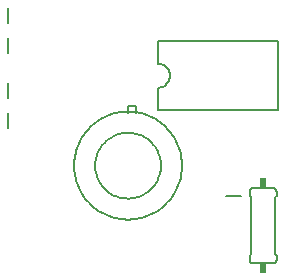
<source format=gto>
G75*
%MOIN*%
%OFA0B0*%
%FSLAX24Y24*%
%IPPOS*%
%LPD*%
%AMOC8*
5,1,8,0,0,1.08239X$1,22.5*
%
%ADD10C,0.0060*%
%ADD11R,0.0240X0.0340*%
%ADD12C,0.0080*%
%ADD13C,0.0050*%
D10*
X007350Y008200D02*
X007350Y008950D01*
X007389Y008952D01*
X007428Y008958D01*
X007466Y008967D01*
X007503Y008980D01*
X007539Y008997D01*
X007572Y009017D01*
X007604Y009041D01*
X007633Y009067D01*
X007659Y009096D01*
X007683Y009128D01*
X007703Y009161D01*
X007720Y009197D01*
X007733Y009234D01*
X007742Y009272D01*
X007748Y009311D01*
X007750Y009350D01*
X007748Y009389D01*
X007742Y009428D01*
X007733Y009466D01*
X007720Y009503D01*
X007703Y009539D01*
X007683Y009572D01*
X007659Y009604D01*
X007633Y009633D01*
X007604Y009659D01*
X007572Y009683D01*
X007539Y009703D01*
X007503Y009720D01*
X007466Y009733D01*
X007428Y009742D01*
X007389Y009748D01*
X007350Y009750D01*
X007350Y010500D01*
X011350Y010500D01*
X011350Y008200D01*
X007350Y008200D01*
X010400Y005500D02*
X010400Y005350D01*
X010450Y005300D01*
X010450Y003400D01*
X010400Y003350D01*
X010400Y003200D01*
X010402Y003183D01*
X010406Y003166D01*
X010413Y003150D01*
X010423Y003136D01*
X010436Y003123D01*
X010450Y003113D01*
X010466Y003106D01*
X010483Y003102D01*
X010500Y003100D01*
X011200Y003100D01*
X011217Y003102D01*
X011234Y003106D01*
X011250Y003113D01*
X011264Y003123D01*
X011277Y003136D01*
X011287Y003150D01*
X011294Y003166D01*
X011298Y003183D01*
X011300Y003200D01*
X011300Y003350D01*
X011250Y003400D01*
X011250Y005300D01*
X011300Y005350D01*
X011300Y005500D01*
X011298Y005517D01*
X011294Y005534D01*
X011287Y005550D01*
X011277Y005564D01*
X011264Y005577D01*
X011250Y005587D01*
X011234Y005594D01*
X011217Y005598D01*
X011200Y005600D01*
X010500Y005600D01*
X010483Y005598D01*
X010466Y005594D01*
X010450Y005587D01*
X010436Y005577D01*
X010423Y005564D01*
X010413Y005550D01*
X010406Y005534D01*
X010402Y005517D01*
X010400Y005500D01*
D11*
X010850Y005770D03*
X010850Y002930D03*
D12*
X010100Y005350D02*
X009600Y005350D01*
X002350Y007600D02*
X002350Y008100D01*
X002350Y008600D02*
X002350Y009100D01*
X002350Y010100D02*
X002350Y010600D01*
X002350Y011100D02*
X002350Y011600D01*
D13*
X005252Y006350D02*
X005254Y006416D01*
X005260Y006481D01*
X005270Y006546D01*
X005283Y006610D01*
X005301Y006674D01*
X005322Y006736D01*
X005347Y006797D01*
X005375Y006856D01*
X005407Y006913D01*
X005443Y006969D01*
X005481Y007022D01*
X005523Y007072D01*
X005568Y007121D01*
X005615Y007166D01*
X005665Y007208D01*
X005718Y007248D01*
X005773Y007284D01*
X005830Y007317D01*
X005888Y007346D01*
X005949Y007372D01*
X006011Y007394D01*
X006074Y007413D01*
X006138Y007427D01*
X006203Y007438D01*
X006268Y007445D01*
X006334Y007448D01*
X006399Y007447D01*
X006465Y007442D01*
X006530Y007433D01*
X006594Y007420D01*
X006658Y007404D01*
X006720Y007384D01*
X006782Y007360D01*
X006841Y007332D01*
X006899Y007301D01*
X006955Y007266D01*
X007009Y007229D01*
X007060Y007188D01*
X007109Y007144D01*
X007155Y007097D01*
X007198Y007047D01*
X007238Y006995D01*
X007275Y006941D01*
X007309Y006885D01*
X007339Y006826D01*
X007366Y006766D01*
X007389Y006705D01*
X007408Y006642D01*
X007424Y006578D01*
X007436Y006514D01*
X007444Y006448D01*
X007448Y006383D01*
X007448Y006317D01*
X007444Y006252D01*
X007436Y006186D01*
X007424Y006122D01*
X007408Y006058D01*
X007389Y005995D01*
X007366Y005934D01*
X007339Y005874D01*
X007309Y005815D01*
X007275Y005759D01*
X007238Y005705D01*
X007198Y005653D01*
X007155Y005603D01*
X007109Y005556D01*
X007060Y005512D01*
X007009Y005471D01*
X006955Y005434D01*
X006899Y005399D01*
X006841Y005368D01*
X006782Y005340D01*
X006720Y005316D01*
X006658Y005296D01*
X006594Y005280D01*
X006530Y005267D01*
X006465Y005258D01*
X006399Y005253D01*
X006334Y005252D01*
X006268Y005255D01*
X006203Y005262D01*
X006138Y005273D01*
X006074Y005287D01*
X006011Y005306D01*
X005949Y005328D01*
X005888Y005354D01*
X005830Y005383D01*
X005773Y005416D01*
X005718Y005452D01*
X005665Y005492D01*
X005615Y005534D01*
X005568Y005579D01*
X005523Y005628D01*
X005481Y005678D01*
X005443Y005731D01*
X005407Y005787D01*
X005375Y005844D01*
X005347Y005903D01*
X005322Y005964D01*
X005301Y006026D01*
X005283Y006090D01*
X005270Y006154D01*
X005260Y006219D01*
X005254Y006284D01*
X005252Y006350D01*
X004551Y006350D02*
X004553Y006434D01*
X004559Y006518D01*
X004569Y006602D01*
X004583Y006685D01*
X004600Y006768D01*
X004622Y006849D01*
X004647Y006930D01*
X004676Y007009D01*
X004709Y007087D01*
X004745Y007163D01*
X004785Y007237D01*
X004828Y007310D01*
X004875Y007380D01*
X004925Y007448D01*
X004978Y007514D01*
X005034Y007577D01*
X005093Y007637D01*
X005155Y007694D01*
X005219Y007749D01*
X005286Y007800D01*
X005355Y007849D01*
X005426Y007894D01*
X005500Y007935D01*
X005575Y007973D01*
X005652Y008008D01*
X005730Y008039D01*
X005810Y008066D01*
X005891Y008090D01*
X005973Y008109D01*
X006056Y008125D01*
X006140Y008137D01*
X006224Y008145D01*
X006308Y008149D01*
X006392Y008149D01*
X006476Y008145D01*
X006560Y008137D01*
X006644Y008125D01*
X006727Y008109D01*
X006809Y008090D01*
X006890Y008066D01*
X006970Y008039D01*
X007048Y008008D01*
X007125Y007973D01*
X007200Y007935D01*
X007274Y007894D01*
X007345Y007849D01*
X007414Y007800D01*
X007481Y007749D01*
X007545Y007694D01*
X007607Y007637D01*
X007666Y007577D01*
X007722Y007514D01*
X007775Y007448D01*
X007825Y007380D01*
X007872Y007310D01*
X007915Y007237D01*
X007955Y007163D01*
X007991Y007087D01*
X008024Y007009D01*
X008053Y006930D01*
X008078Y006849D01*
X008100Y006768D01*
X008117Y006685D01*
X008131Y006602D01*
X008141Y006518D01*
X008147Y006434D01*
X008149Y006350D01*
X008147Y006266D01*
X008141Y006182D01*
X008131Y006098D01*
X008117Y006015D01*
X008100Y005932D01*
X008078Y005851D01*
X008053Y005770D01*
X008024Y005691D01*
X007991Y005613D01*
X007955Y005537D01*
X007915Y005463D01*
X007872Y005390D01*
X007825Y005320D01*
X007775Y005252D01*
X007722Y005186D01*
X007666Y005123D01*
X007607Y005063D01*
X007545Y005006D01*
X007481Y004951D01*
X007414Y004900D01*
X007345Y004851D01*
X007274Y004806D01*
X007200Y004765D01*
X007125Y004727D01*
X007048Y004692D01*
X006970Y004661D01*
X006890Y004634D01*
X006809Y004610D01*
X006727Y004591D01*
X006644Y004575D01*
X006560Y004563D01*
X006476Y004555D01*
X006392Y004551D01*
X006308Y004551D01*
X006224Y004555D01*
X006140Y004563D01*
X006056Y004575D01*
X005973Y004591D01*
X005891Y004610D01*
X005810Y004634D01*
X005730Y004661D01*
X005652Y004692D01*
X005575Y004727D01*
X005500Y004765D01*
X005426Y004806D01*
X005355Y004851D01*
X005286Y004900D01*
X005219Y004951D01*
X005155Y005006D01*
X005093Y005063D01*
X005034Y005123D01*
X004978Y005186D01*
X004925Y005252D01*
X004875Y005320D01*
X004828Y005390D01*
X004785Y005463D01*
X004745Y005537D01*
X004709Y005613D01*
X004676Y005691D01*
X004647Y005770D01*
X004622Y005851D01*
X004600Y005932D01*
X004583Y006015D01*
X004569Y006098D01*
X004559Y006182D01*
X004553Y006266D01*
X004551Y006350D01*
X006350Y008100D02*
X006350Y008350D01*
X006600Y008350D01*
X006600Y008100D01*
M02*

</source>
